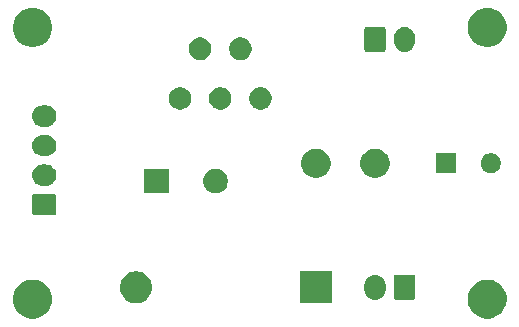
<source format=gbr>
G04 #@! TF.GenerationSoftware,KiCad,Pcbnew,(5.1.4)-1*
G04 #@! TF.CreationDate,2020-01-25T09:23:27+02:00*
G04 #@! TF.ProjectId,power_supply,706f7765-725f-4737-9570-706c792e6b69,rev?*
G04 #@! TF.SameCoordinates,Original*
G04 #@! TF.FileFunction,Soldermask,Top*
G04 #@! TF.FilePolarity,Negative*
%FSLAX46Y46*%
G04 Gerber Fmt 4.6, Leading zero omitted, Abs format (unit mm)*
G04 Created by KiCad (PCBNEW (5.1.4)-1) date 2020-01-25 09:23:27*
%MOMM*%
%LPD*%
G04 APERTURE LIST*
%ADD10C,0.100000*%
G04 APERTURE END LIST*
D10*
G36*
X200875256Y-136891298D02*
G01*
X200981579Y-136912447D01*
X201282042Y-137036903D01*
X201552451Y-137217585D01*
X201782415Y-137447549D01*
X201963097Y-137717958D01*
X202078460Y-137996468D01*
X202087553Y-138018422D01*
X202151000Y-138337389D01*
X202151000Y-138662611D01*
X202117415Y-138831451D01*
X202087553Y-138981579D01*
X201963097Y-139282042D01*
X201782415Y-139552451D01*
X201552451Y-139782415D01*
X201282042Y-139963097D01*
X200981579Y-140087553D01*
X200875256Y-140108702D01*
X200662611Y-140151000D01*
X200337389Y-140151000D01*
X200124744Y-140108702D01*
X200018421Y-140087553D01*
X199717958Y-139963097D01*
X199447549Y-139782415D01*
X199217585Y-139552451D01*
X199036903Y-139282042D01*
X198912447Y-138981579D01*
X198882585Y-138831451D01*
X198849000Y-138662611D01*
X198849000Y-138337389D01*
X198912447Y-138018422D01*
X198921541Y-137996468D01*
X199036903Y-137717958D01*
X199217585Y-137447549D01*
X199447549Y-137217585D01*
X199717958Y-137036903D01*
X200018421Y-136912447D01*
X200124744Y-136891298D01*
X200337389Y-136849000D01*
X200662611Y-136849000D01*
X200875256Y-136891298D01*
X200875256Y-136891298D01*
G37*
G36*
X162375256Y-136891298D02*
G01*
X162481579Y-136912447D01*
X162782042Y-137036903D01*
X163052451Y-137217585D01*
X163282415Y-137447549D01*
X163463097Y-137717958D01*
X163578460Y-137996468D01*
X163587553Y-138018422D01*
X163651000Y-138337389D01*
X163651000Y-138662611D01*
X163617415Y-138831451D01*
X163587553Y-138981579D01*
X163463097Y-139282042D01*
X163282415Y-139552451D01*
X163052451Y-139782415D01*
X162782042Y-139963097D01*
X162481579Y-140087553D01*
X162375256Y-140108702D01*
X162162611Y-140151000D01*
X161837389Y-140151000D01*
X161624744Y-140108702D01*
X161518421Y-140087553D01*
X161217958Y-139963097D01*
X160947549Y-139782415D01*
X160717585Y-139552451D01*
X160536903Y-139282042D01*
X160412447Y-138981579D01*
X160382585Y-138831451D01*
X160349000Y-138662611D01*
X160349000Y-138337389D01*
X160412447Y-138018422D01*
X160421541Y-137996468D01*
X160536903Y-137717958D01*
X160717585Y-137447549D01*
X160947549Y-137217585D01*
X161217958Y-137036903D01*
X161518421Y-136912447D01*
X161624744Y-136891298D01*
X161837389Y-136849000D01*
X162162611Y-136849000D01*
X162375256Y-136891298D01*
X162375256Y-136891298D01*
G37*
G36*
X187351000Y-138851000D02*
G01*
X184649000Y-138851000D01*
X184649000Y-136149000D01*
X187351000Y-136149000D01*
X187351000Y-138851000D01*
X187351000Y-138851000D01*
G37*
G36*
X171024840Y-136168548D02*
G01*
X171152175Y-136207175D01*
X171279507Y-136245800D01*
X171514207Y-136371250D01*
X171719923Y-136540077D01*
X171888750Y-136745793D01*
X172014200Y-136980493D01*
X172052825Y-137107825D01*
X172091452Y-137235160D01*
X172117536Y-137500000D01*
X172091452Y-137764840D01*
X172091451Y-137764842D01*
X172014200Y-138019507D01*
X171888750Y-138254207D01*
X171719923Y-138459923D01*
X171514207Y-138628750D01*
X171279507Y-138754200D01*
X171152174Y-138792826D01*
X171024840Y-138831452D01*
X170826364Y-138851000D01*
X170693636Y-138851000D01*
X170495160Y-138831452D01*
X170367825Y-138792825D01*
X170240493Y-138754200D01*
X170005793Y-138628750D01*
X169800077Y-138459923D01*
X169631250Y-138254207D01*
X169505800Y-138019507D01*
X169428549Y-137764842D01*
X169428548Y-137764840D01*
X169402464Y-137500000D01*
X169428548Y-137235160D01*
X169467174Y-137107826D01*
X169505800Y-136980493D01*
X169631250Y-136745793D01*
X169800077Y-136540077D01*
X170005793Y-136371250D01*
X170240493Y-136245800D01*
X170367825Y-136207175D01*
X170495160Y-136168548D01*
X170693636Y-136149000D01*
X170826364Y-136149000D01*
X171024840Y-136168548D01*
X171024840Y-136168548D01*
G37*
G36*
X191176627Y-136462037D02*
G01*
X191346466Y-136513557D01*
X191502991Y-136597222D01*
X191538729Y-136626552D01*
X191640186Y-136709814D01*
X191723448Y-136811271D01*
X191752778Y-136847009D01*
X191836443Y-137003534D01*
X191887963Y-137173374D01*
X191901000Y-137305743D01*
X191901000Y-137694258D01*
X191887963Y-137826627D01*
X191836443Y-137996466D01*
X191752778Y-138152991D01*
X191723448Y-138188729D01*
X191640186Y-138290186D01*
X191502989Y-138402779D01*
X191346467Y-138486442D01*
X191346465Y-138486443D01*
X191176626Y-138537963D01*
X191000000Y-138555359D01*
X190823373Y-138537963D01*
X190653534Y-138486443D01*
X190497009Y-138402778D01*
X190454750Y-138368097D01*
X190359814Y-138290186D01*
X190247221Y-138152989D01*
X190163558Y-137996467D01*
X190163557Y-137996465D01*
X190112037Y-137826626D01*
X190105519Y-137760442D01*
X190099000Y-137694259D01*
X190099000Y-137305740D01*
X190112037Y-137173375D01*
X190112037Y-137173373D01*
X190163557Y-137003534D01*
X190247222Y-136847009D01*
X190359815Y-136709815D01*
X190497010Y-136597222D01*
X190653535Y-136513557D01*
X190823374Y-136462037D01*
X191000000Y-136444641D01*
X191176627Y-136462037D01*
X191176627Y-136462037D01*
G37*
G36*
X194258600Y-136452989D02*
G01*
X194291652Y-136463015D01*
X194322103Y-136479292D01*
X194348799Y-136501201D01*
X194370708Y-136527897D01*
X194386985Y-136558348D01*
X194397011Y-136591400D01*
X194401000Y-136631903D01*
X194401000Y-138368097D01*
X194397011Y-138408600D01*
X194386985Y-138441652D01*
X194370708Y-138472103D01*
X194348799Y-138498799D01*
X194322103Y-138520708D01*
X194291652Y-138536985D01*
X194258600Y-138547011D01*
X194218097Y-138551000D01*
X192781903Y-138551000D01*
X192741400Y-138547011D01*
X192708348Y-138536985D01*
X192677897Y-138520708D01*
X192651201Y-138498799D01*
X192629292Y-138472103D01*
X192613015Y-138441652D01*
X192602989Y-138408600D01*
X192599000Y-138368097D01*
X192599000Y-136631903D01*
X192602989Y-136591400D01*
X192613015Y-136558348D01*
X192629292Y-136527897D01*
X192651201Y-136501201D01*
X192677897Y-136479292D01*
X192708348Y-136463015D01*
X192741400Y-136452989D01*
X192781903Y-136449000D01*
X194218097Y-136449000D01*
X194258600Y-136452989D01*
X194258600Y-136452989D01*
G37*
G36*
X163883600Y-129602989D02*
G01*
X163916652Y-129613015D01*
X163947103Y-129629292D01*
X163973799Y-129651201D01*
X163995708Y-129677897D01*
X164011985Y-129708348D01*
X164022011Y-129741400D01*
X164026000Y-129781903D01*
X164026000Y-131218097D01*
X164022011Y-131258600D01*
X164011985Y-131291652D01*
X163995708Y-131322103D01*
X163973799Y-131348799D01*
X163947103Y-131370708D01*
X163916652Y-131386985D01*
X163883600Y-131397011D01*
X163843097Y-131401000D01*
X162156903Y-131401000D01*
X162116400Y-131397011D01*
X162083348Y-131386985D01*
X162052897Y-131370708D01*
X162026201Y-131348799D01*
X162004292Y-131322103D01*
X161988015Y-131291652D01*
X161977989Y-131258600D01*
X161974000Y-131218097D01*
X161974000Y-129781903D01*
X161977989Y-129741400D01*
X161988015Y-129708348D01*
X162004292Y-129677897D01*
X162026201Y-129651201D01*
X162052897Y-129629292D01*
X162083348Y-129613015D01*
X162116400Y-129602989D01*
X162156903Y-129599000D01*
X163843097Y-129599000D01*
X163883600Y-129602989D01*
X163883600Y-129602989D01*
G37*
G36*
X177806564Y-127489389D02*
G01*
X177997833Y-127568615D01*
X177997835Y-127568616D01*
X178169973Y-127683635D01*
X178316365Y-127830027D01*
X178411039Y-127971716D01*
X178431385Y-128002167D01*
X178510611Y-128193436D01*
X178551000Y-128396484D01*
X178551000Y-128603516D01*
X178510611Y-128806564D01*
X178471494Y-128901000D01*
X178431384Y-128997835D01*
X178316365Y-129169973D01*
X178169973Y-129316365D01*
X177997835Y-129431384D01*
X177997834Y-129431385D01*
X177997833Y-129431385D01*
X177806564Y-129510611D01*
X177603516Y-129551000D01*
X177396484Y-129551000D01*
X177193436Y-129510611D01*
X177002167Y-129431385D01*
X177002166Y-129431385D01*
X177002165Y-129431384D01*
X176830027Y-129316365D01*
X176683635Y-129169973D01*
X176568616Y-128997835D01*
X176528506Y-128901000D01*
X176489389Y-128806564D01*
X176449000Y-128603516D01*
X176449000Y-128396484D01*
X176489389Y-128193436D01*
X176568615Y-128002167D01*
X176588962Y-127971716D01*
X176683635Y-127830027D01*
X176830027Y-127683635D01*
X177002165Y-127568616D01*
X177002167Y-127568615D01*
X177193436Y-127489389D01*
X177396484Y-127449000D01*
X177603516Y-127449000D01*
X177806564Y-127489389D01*
X177806564Y-127489389D01*
G37*
G36*
X173551000Y-129551000D02*
G01*
X171449000Y-129551000D01*
X171449000Y-127449000D01*
X173551000Y-127449000D01*
X173551000Y-129551000D01*
X173551000Y-129551000D01*
G37*
G36*
X163235443Y-127105519D02*
G01*
X163301627Y-127112037D01*
X163471466Y-127163557D01*
X163627991Y-127247222D01*
X163663729Y-127276552D01*
X163765186Y-127359814D01*
X163838378Y-127449000D01*
X163877778Y-127497009D01*
X163961443Y-127653534D01*
X164012963Y-127823373D01*
X164030359Y-128000000D01*
X164012963Y-128176627D01*
X163961443Y-128346466D01*
X163877778Y-128502991D01*
X163848448Y-128538729D01*
X163765186Y-128640186D01*
X163663729Y-128723448D01*
X163627991Y-128752778D01*
X163471466Y-128836443D01*
X163301627Y-128887963D01*
X163235443Y-128894481D01*
X163169260Y-128901000D01*
X162830740Y-128901000D01*
X162764557Y-128894481D01*
X162698373Y-128887963D01*
X162528534Y-128836443D01*
X162372009Y-128752778D01*
X162336271Y-128723448D01*
X162234814Y-128640186D01*
X162151552Y-128538729D01*
X162122222Y-128502991D01*
X162038557Y-128346466D01*
X161987037Y-128176627D01*
X161969641Y-128000000D01*
X161987037Y-127823373D01*
X162038557Y-127653534D01*
X162122222Y-127497009D01*
X162161622Y-127449000D01*
X162234814Y-127359814D01*
X162336271Y-127276552D01*
X162372009Y-127247222D01*
X162528534Y-127163557D01*
X162698373Y-127112037D01*
X162764557Y-127105519D01*
X162830740Y-127099000D01*
X163169260Y-127099000D01*
X163235443Y-127105519D01*
X163235443Y-127105519D01*
G37*
G36*
X191364903Y-125797075D02*
G01*
X191484149Y-125846468D01*
X191592571Y-125891378D01*
X191797466Y-126028285D01*
X191971715Y-126202534D01*
X192061190Y-126336443D01*
X192108623Y-126407431D01*
X192202925Y-126635097D01*
X192251000Y-126876786D01*
X192251000Y-127123214D01*
X192202925Y-127364903D01*
X192118545Y-127568616D01*
X192108622Y-127592571D01*
X191971715Y-127797466D01*
X191797466Y-127971715D01*
X191592571Y-128108622D01*
X191592570Y-128108623D01*
X191592569Y-128108623D01*
X191364903Y-128202925D01*
X191123214Y-128251000D01*
X190876786Y-128251000D01*
X190635097Y-128202925D01*
X190407431Y-128108623D01*
X190407430Y-128108623D01*
X190407429Y-128108622D01*
X190202534Y-127971715D01*
X190028285Y-127797466D01*
X189891378Y-127592571D01*
X189881456Y-127568616D01*
X189797075Y-127364903D01*
X189749000Y-127123214D01*
X189749000Y-126876786D01*
X189797075Y-126635097D01*
X189891377Y-126407431D01*
X189938810Y-126336443D01*
X190028285Y-126202534D01*
X190202534Y-126028285D01*
X190407429Y-125891378D01*
X190515852Y-125846468D01*
X190635097Y-125797075D01*
X190876786Y-125749000D01*
X191123214Y-125749000D01*
X191364903Y-125797075D01*
X191364903Y-125797075D01*
G37*
G36*
X186364903Y-125797075D02*
G01*
X186484149Y-125846468D01*
X186592571Y-125891378D01*
X186797466Y-126028285D01*
X186971715Y-126202534D01*
X187061190Y-126336443D01*
X187108623Y-126407431D01*
X187202925Y-126635097D01*
X187251000Y-126876786D01*
X187251000Y-127123214D01*
X187202925Y-127364903D01*
X187118545Y-127568616D01*
X187108622Y-127592571D01*
X186971715Y-127797466D01*
X186797466Y-127971715D01*
X186592571Y-128108622D01*
X186592570Y-128108623D01*
X186592569Y-128108623D01*
X186364903Y-128202925D01*
X186123214Y-128251000D01*
X185876786Y-128251000D01*
X185635097Y-128202925D01*
X185407431Y-128108623D01*
X185407430Y-128108623D01*
X185407429Y-128108622D01*
X185202534Y-127971715D01*
X185028285Y-127797466D01*
X184891378Y-127592571D01*
X184881456Y-127568616D01*
X184797075Y-127364903D01*
X184749000Y-127123214D01*
X184749000Y-126876786D01*
X184797075Y-126635097D01*
X184891377Y-126407431D01*
X184938810Y-126336443D01*
X185028285Y-126202534D01*
X185202534Y-126028285D01*
X185407429Y-125891378D01*
X185515852Y-125846468D01*
X185635097Y-125797075D01*
X185876786Y-125749000D01*
X186123214Y-125749000D01*
X186364903Y-125797075D01*
X186364903Y-125797075D01*
G37*
G36*
X197851000Y-127851000D02*
G01*
X196149000Y-127851000D01*
X196149000Y-126149000D01*
X197851000Y-126149000D01*
X197851000Y-127851000D01*
X197851000Y-127851000D01*
G37*
G36*
X201048228Y-126181703D02*
G01*
X201203100Y-126245853D01*
X201342481Y-126338985D01*
X201461015Y-126457519D01*
X201554147Y-126596900D01*
X201618297Y-126751772D01*
X201651000Y-126916184D01*
X201651000Y-127083816D01*
X201618297Y-127248228D01*
X201554147Y-127403100D01*
X201461015Y-127542481D01*
X201342481Y-127661015D01*
X201203100Y-127754147D01*
X201048228Y-127818297D01*
X200883816Y-127851000D01*
X200716184Y-127851000D01*
X200551772Y-127818297D01*
X200396900Y-127754147D01*
X200257519Y-127661015D01*
X200138985Y-127542481D01*
X200045853Y-127403100D01*
X199981703Y-127248228D01*
X199949000Y-127083816D01*
X199949000Y-126916184D01*
X199981703Y-126751772D01*
X200045853Y-126596900D01*
X200138985Y-126457519D01*
X200257519Y-126338985D01*
X200396900Y-126245853D01*
X200551772Y-126181703D01*
X200716184Y-126149000D01*
X200883816Y-126149000D01*
X201048228Y-126181703D01*
X201048228Y-126181703D01*
G37*
G36*
X163235443Y-124605519D02*
G01*
X163301627Y-124612037D01*
X163471466Y-124663557D01*
X163627991Y-124747222D01*
X163663729Y-124776552D01*
X163765186Y-124859814D01*
X163848448Y-124961271D01*
X163877778Y-124997009D01*
X163961443Y-125153534D01*
X164012963Y-125323373D01*
X164030359Y-125500000D01*
X164012963Y-125676627D01*
X163961443Y-125846466D01*
X163877778Y-126002991D01*
X163848448Y-126038729D01*
X163765186Y-126140186D01*
X163689211Y-126202536D01*
X163627991Y-126252778D01*
X163471466Y-126336443D01*
X163301627Y-126387963D01*
X163235443Y-126394481D01*
X163169260Y-126401000D01*
X162830740Y-126401000D01*
X162764557Y-126394481D01*
X162698373Y-126387963D01*
X162528534Y-126336443D01*
X162372009Y-126252778D01*
X162310789Y-126202536D01*
X162234814Y-126140186D01*
X162151552Y-126038729D01*
X162122222Y-126002991D01*
X162038557Y-125846466D01*
X161987037Y-125676627D01*
X161969641Y-125500000D01*
X161987037Y-125323373D01*
X162038557Y-125153534D01*
X162122222Y-124997009D01*
X162151552Y-124961271D01*
X162234814Y-124859814D01*
X162336271Y-124776552D01*
X162372009Y-124747222D01*
X162528534Y-124663557D01*
X162698373Y-124612037D01*
X162764557Y-124605519D01*
X162830740Y-124599000D01*
X163169260Y-124599000D01*
X163235443Y-124605519D01*
X163235443Y-124605519D01*
G37*
G36*
X163235442Y-122105518D02*
G01*
X163301627Y-122112037D01*
X163471466Y-122163557D01*
X163627991Y-122247222D01*
X163663729Y-122276552D01*
X163765186Y-122359814D01*
X163840019Y-122451000D01*
X163877778Y-122497009D01*
X163961443Y-122653534D01*
X164012963Y-122823373D01*
X164030359Y-123000000D01*
X164012963Y-123176627D01*
X163961443Y-123346466D01*
X163877778Y-123502991D01*
X163848448Y-123538729D01*
X163765186Y-123640186D01*
X163663729Y-123723448D01*
X163627991Y-123752778D01*
X163471466Y-123836443D01*
X163301627Y-123887963D01*
X163235443Y-123894481D01*
X163169260Y-123901000D01*
X162830740Y-123901000D01*
X162764557Y-123894481D01*
X162698373Y-123887963D01*
X162528534Y-123836443D01*
X162372009Y-123752778D01*
X162336271Y-123723448D01*
X162234814Y-123640186D01*
X162151552Y-123538729D01*
X162122222Y-123502991D01*
X162038557Y-123346466D01*
X161987037Y-123176627D01*
X161969641Y-123000000D01*
X161987037Y-122823373D01*
X162038557Y-122653534D01*
X162122222Y-122497009D01*
X162159981Y-122451000D01*
X162234814Y-122359814D01*
X162336271Y-122276552D01*
X162372009Y-122247222D01*
X162528534Y-122163557D01*
X162698373Y-122112037D01*
X162764558Y-122105518D01*
X162830740Y-122099000D01*
X163169260Y-122099000D01*
X163235442Y-122105518D01*
X163235442Y-122105518D01*
G37*
G36*
X178177395Y-120585546D02*
G01*
X178350466Y-120657234D01*
X178350467Y-120657235D01*
X178506227Y-120761310D01*
X178638690Y-120893773D01*
X178638691Y-120893775D01*
X178742766Y-121049534D01*
X178814454Y-121222605D01*
X178851000Y-121406333D01*
X178851000Y-121593667D01*
X178814454Y-121777395D01*
X178742766Y-121950466D01*
X178742765Y-121950467D01*
X178638690Y-122106227D01*
X178506227Y-122238690D01*
X178427818Y-122291081D01*
X178350466Y-122342766D01*
X178177395Y-122414454D01*
X177993667Y-122451000D01*
X177806333Y-122451000D01*
X177622605Y-122414454D01*
X177449534Y-122342766D01*
X177372182Y-122291081D01*
X177293773Y-122238690D01*
X177161310Y-122106227D01*
X177057235Y-121950467D01*
X177057234Y-121950466D01*
X176985546Y-121777395D01*
X176949000Y-121593667D01*
X176949000Y-121406333D01*
X176985546Y-121222605D01*
X177057234Y-121049534D01*
X177161309Y-120893775D01*
X177161310Y-120893773D01*
X177293773Y-120761310D01*
X177449533Y-120657235D01*
X177449534Y-120657234D01*
X177622605Y-120585546D01*
X177806333Y-120549000D01*
X177993667Y-120549000D01*
X178177395Y-120585546D01*
X178177395Y-120585546D01*
G37*
G36*
X181577395Y-120585546D02*
G01*
X181750466Y-120657234D01*
X181750467Y-120657235D01*
X181906227Y-120761310D01*
X182038690Y-120893773D01*
X182038691Y-120893775D01*
X182142766Y-121049534D01*
X182214454Y-121222605D01*
X182251000Y-121406333D01*
X182251000Y-121593667D01*
X182214454Y-121777395D01*
X182142766Y-121950466D01*
X182142765Y-121950467D01*
X182038690Y-122106227D01*
X181906227Y-122238690D01*
X181827818Y-122291081D01*
X181750466Y-122342766D01*
X181577395Y-122414454D01*
X181393667Y-122451000D01*
X181206333Y-122451000D01*
X181022605Y-122414454D01*
X180849534Y-122342766D01*
X180772182Y-122291081D01*
X180693773Y-122238690D01*
X180561310Y-122106227D01*
X180457235Y-121950467D01*
X180457234Y-121950466D01*
X180385546Y-121777395D01*
X180349000Y-121593667D01*
X180349000Y-121406333D01*
X180385546Y-121222605D01*
X180457234Y-121049534D01*
X180561309Y-120893775D01*
X180561310Y-120893773D01*
X180693773Y-120761310D01*
X180849533Y-120657235D01*
X180849534Y-120657234D01*
X181022605Y-120585546D01*
X181206333Y-120549000D01*
X181393667Y-120549000D01*
X181577395Y-120585546D01*
X181577395Y-120585546D01*
G37*
G36*
X174777395Y-120585546D02*
G01*
X174950466Y-120657234D01*
X174950467Y-120657235D01*
X175106227Y-120761310D01*
X175238690Y-120893773D01*
X175238691Y-120893775D01*
X175342766Y-121049534D01*
X175414454Y-121222605D01*
X175451000Y-121406333D01*
X175451000Y-121593667D01*
X175414454Y-121777395D01*
X175342766Y-121950466D01*
X175342765Y-121950467D01*
X175238690Y-122106227D01*
X175106227Y-122238690D01*
X175027818Y-122291081D01*
X174950466Y-122342766D01*
X174777395Y-122414454D01*
X174593667Y-122451000D01*
X174406333Y-122451000D01*
X174222605Y-122414454D01*
X174049534Y-122342766D01*
X173972182Y-122291081D01*
X173893773Y-122238690D01*
X173761310Y-122106227D01*
X173657235Y-121950467D01*
X173657234Y-121950466D01*
X173585546Y-121777395D01*
X173549000Y-121593667D01*
X173549000Y-121406333D01*
X173585546Y-121222605D01*
X173657234Y-121049534D01*
X173761309Y-120893775D01*
X173761310Y-120893773D01*
X173893773Y-120761310D01*
X174049533Y-120657235D01*
X174049534Y-120657234D01*
X174222605Y-120585546D01*
X174406333Y-120549000D01*
X174593667Y-120549000D01*
X174777395Y-120585546D01*
X174777395Y-120585546D01*
G37*
G36*
X176477395Y-116385546D02*
G01*
X176650466Y-116457234D01*
X176650467Y-116457235D01*
X176806227Y-116561310D01*
X176938690Y-116693773D01*
X176939015Y-116694260D01*
X177042766Y-116849534D01*
X177114454Y-117022605D01*
X177151000Y-117206333D01*
X177151000Y-117393667D01*
X177114454Y-117577395D01*
X177042766Y-117750466D01*
X177042765Y-117750467D01*
X176938690Y-117906227D01*
X176806227Y-118038690D01*
X176727818Y-118091081D01*
X176650466Y-118142766D01*
X176477395Y-118214454D01*
X176293667Y-118251000D01*
X176106333Y-118251000D01*
X175922605Y-118214454D01*
X175749534Y-118142766D01*
X175672182Y-118091081D01*
X175593773Y-118038690D01*
X175461310Y-117906227D01*
X175357235Y-117750467D01*
X175357234Y-117750466D01*
X175285546Y-117577395D01*
X175249000Y-117393667D01*
X175249000Y-117206333D01*
X175285546Y-117022605D01*
X175357234Y-116849534D01*
X175460985Y-116694260D01*
X175461310Y-116693773D01*
X175593773Y-116561310D01*
X175749533Y-116457235D01*
X175749534Y-116457234D01*
X175922605Y-116385546D01*
X176106333Y-116349000D01*
X176293667Y-116349000D01*
X176477395Y-116385546D01*
X176477395Y-116385546D01*
G37*
G36*
X179877395Y-116385546D02*
G01*
X180050466Y-116457234D01*
X180050467Y-116457235D01*
X180206227Y-116561310D01*
X180338690Y-116693773D01*
X180339015Y-116694260D01*
X180442766Y-116849534D01*
X180514454Y-117022605D01*
X180551000Y-117206333D01*
X180551000Y-117393667D01*
X180514454Y-117577395D01*
X180442766Y-117750466D01*
X180442765Y-117750467D01*
X180338690Y-117906227D01*
X180206227Y-118038690D01*
X180127818Y-118091081D01*
X180050466Y-118142766D01*
X179877395Y-118214454D01*
X179693667Y-118251000D01*
X179506333Y-118251000D01*
X179322605Y-118214454D01*
X179149534Y-118142766D01*
X179072182Y-118091081D01*
X178993773Y-118038690D01*
X178861310Y-117906227D01*
X178757235Y-117750467D01*
X178757234Y-117750466D01*
X178685546Y-117577395D01*
X178649000Y-117393667D01*
X178649000Y-117206333D01*
X178685546Y-117022605D01*
X178757234Y-116849534D01*
X178860985Y-116694260D01*
X178861310Y-116693773D01*
X178993773Y-116561310D01*
X179149533Y-116457235D01*
X179149534Y-116457234D01*
X179322605Y-116385546D01*
X179506333Y-116349000D01*
X179693667Y-116349000D01*
X179877395Y-116385546D01*
X179877395Y-116385546D01*
G37*
G36*
X193676626Y-115462037D02*
G01*
X193846465Y-115513557D01*
X193846467Y-115513558D01*
X194002989Y-115597221D01*
X194140186Y-115709814D01*
X194223448Y-115811271D01*
X194252778Y-115847009D01*
X194336443Y-116003534D01*
X194387963Y-116173373D01*
X194401000Y-116305742D01*
X194401000Y-116694257D01*
X194387963Y-116826626D01*
X194336443Y-116996466D01*
X194252778Y-117152991D01*
X194223448Y-117188729D01*
X194140186Y-117290186D01*
X194045250Y-117368097D01*
X194002991Y-117402778D01*
X193846466Y-117486443D01*
X193676627Y-117537963D01*
X193500000Y-117555359D01*
X193323374Y-117537963D01*
X193153535Y-117486443D01*
X192997010Y-117402778D01*
X192859815Y-117290185D01*
X192747222Y-117152991D01*
X192663557Y-116996466D01*
X192612037Y-116826627D01*
X192599000Y-116694258D01*
X192599000Y-116305743D01*
X192601335Y-116282040D01*
X192612037Y-116173376D01*
X192612037Y-116173374D01*
X192663557Y-116003535D01*
X192747222Y-115847010D01*
X192747223Y-115847009D01*
X192859814Y-115709814D01*
X192961271Y-115626552D01*
X192997009Y-115597222D01*
X193153534Y-115513557D01*
X193323373Y-115462037D01*
X193500000Y-115444641D01*
X193676626Y-115462037D01*
X193676626Y-115462037D01*
G37*
G36*
X191758600Y-115452989D02*
G01*
X191791652Y-115463015D01*
X191822103Y-115479292D01*
X191848799Y-115501201D01*
X191870708Y-115527897D01*
X191886985Y-115558348D01*
X191897011Y-115591400D01*
X191901000Y-115631903D01*
X191901000Y-117368097D01*
X191897011Y-117408600D01*
X191886985Y-117441652D01*
X191870708Y-117472103D01*
X191848799Y-117498799D01*
X191822103Y-117520708D01*
X191791652Y-117536985D01*
X191758600Y-117547011D01*
X191718097Y-117551000D01*
X190281903Y-117551000D01*
X190241400Y-117547011D01*
X190208348Y-117536985D01*
X190177897Y-117520708D01*
X190151201Y-117498799D01*
X190129292Y-117472103D01*
X190113015Y-117441652D01*
X190102989Y-117408600D01*
X190099000Y-117368097D01*
X190099000Y-115631903D01*
X190102989Y-115591400D01*
X190113015Y-115558348D01*
X190129292Y-115527897D01*
X190151201Y-115501201D01*
X190177897Y-115479292D01*
X190208348Y-115463015D01*
X190241400Y-115452989D01*
X190281903Y-115449000D01*
X191718097Y-115449000D01*
X191758600Y-115452989D01*
X191758600Y-115452989D01*
G37*
G36*
X162375256Y-113891298D02*
G01*
X162481579Y-113912447D01*
X162782042Y-114036903D01*
X163052451Y-114217585D01*
X163282415Y-114447549D01*
X163282416Y-114447551D01*
X163463098Y-114717960D01*
X163587553Y-115018422D01*
X163651000Y-115337389D01*
X163651000Y-115662611D01*
X163641610Y-115709815D01*
X163587553Y-115981579D01*
X163463097Y-116282042D01*
X163282415Y-116552451D01*
X163052451Y-116782415D01*
X162782042Y-116963097D01*
X162481579Y-117087553D01*
X162375256Y-117108702D01*
X162162611Y-117151000D01*
X161837389Y-117151000D01*
X161624744Y-117108702D01*
X161518421Y-117087553D01*
X161217958Y-116963097D01*
X160947549Y-116782415D01*
X160717585Y-116552451D01*
X160536903Y-116282042D01*
X160412447Y-115981579D01*
X160358390Y-115709815D01*
X160349000Y-115662611D01*
X160349000Y-115337389D01*
X160412447Y-115018422D01*
X160536902Y-114717960D01*
X160717584Y-114447551D01*
X160717585Y-114447549D01*
X160947549Y-114217585D01*
X161217958Y-114036903D01*
X161518421Y-113912447D01*
X161624744Y-113891298D01*
X161837389Y-113849000D01*
X162162611Y-113849000D01*
X162375256Y-113891298D01*
X162375256Y-113891298D01*
G37*
G36*
X200875256Y-113891298D02*
G01*
X200981579Y-113912447D01*
X201282042Y-114036903D01*
X201552451Y-114217585D01*
X201782415Y-114447549D01*
X201782416Y-114447551D01*
X201963098Y-114717960D01*
X202087553Y-115018422D01*
X202151000Y-115337389D01*
X202151000Y-115662611D01*
X202141610Y-115709815D01*
X202087553Y-115981579D01*
X201963097Y-116282042D01*
X201782415Y-116552451D01*
X201552451Y-116782415D01*
X201282042Y-116963097D01*
X200981579Y-117087553D01*
X200875256Y-117108702D01*
X200662611Y-117151000D01*
X200337389Y-117151000D01*
X200124744Y-117108702D01*
X200018421Y-117087553D01*
X199717958Y-116963097D01*
X199447549Y-116782415D01*
X199217585Y-116552451D01*
X199036903Y-116282042D01*
X198912447Y-115981579D01*
X198858390Y-115709815D01*
X198849000Y-115662611D01*
X198849000Y-115337389D01*
X198912447Y-115018422D01*
X199036902Y-114717960D01*
X199217584Y-114447551D01*
X199217585Y-114447549D01*
X199447549Y-114217585D01*
X199717958Y-114036903D01*
X200018421Y-113912447D01*
X200124744Y-113891298D01*
X200337389Y-113849000D01*
X200662611Y-113849000D01*
X200875256Y-113891298D01*
X200875256Y-113891298D01*
G37*
M02*

</source>
